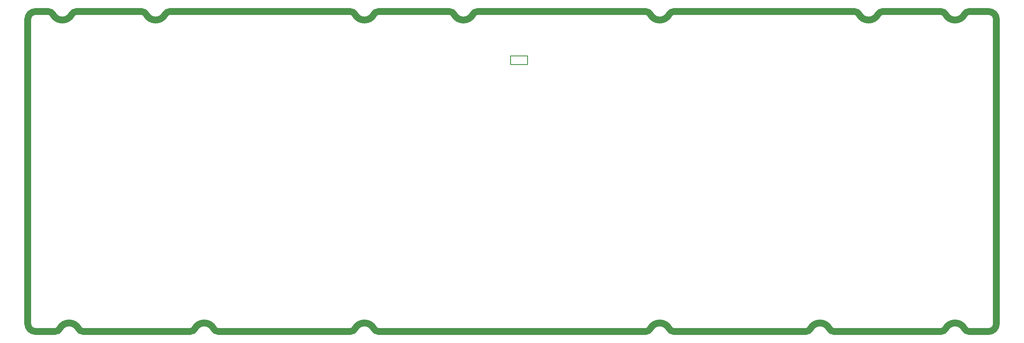
<source format=gbr>
G04 #@! TF.GenerationSoftware,KiCad,Pcbnew,(5.1.10)-1*
G04 #@! TF.CreationDate,2021-10-10T16:54:22+07:00*
G04 #@! TF.ProjectId,averange65,61766572-616e-4676-9536-352e6b696361,rev?*
G04 #@! TF.SameCoordinates,Original*
G04 #@! TF.FileFunction,Legend,Top*
G04 #@! TF.FilePolarity,Positive*
%FSLAX46Y46*%
G04 Gerber Fmt 4.6, Leading zero omitted, Abs format (unit mm)*
G04 Created by KiCad (PCBNEW (5.1.10)-1) date 2021-10-10 16:54:22*
%MOMM*%
%LPD*%
G01*
G04 APERTURE LIST*
%ADD10C,2.000000*%
%ADD11C,0.250000*%
G04 APERTURE END LIST*
D10*
X124304601Y-38942500D02*
G75*
G02*
X125635679Y-39748951I1044J-1500000D01*
G01*
X131221822Y-39748952D02*
G75*
G02*
X132551856Y-38942500I1330034J-693548D01*
G01*
X277039856Y-133142500D02*
X282816250Y-133142500D01*
X8392645Y-133142500D02*
X2616250Y-133142500D01*
X95192645Y-133142500D02*
X56351856Y-133142500D01*
X229080645Y-133142500D02*
X190238856Y-133142500D01*
X270123679Y-132336048D02*
G75*
G02*
X268793645Y-133142500I-1330034J693548D01*
G01*
X270123677Y-132336048D02*
G75*
G02*
X275709822Y-132336048I2793073J-1456452D01*
G01*
X277039856Y-133142500D02*
G75*
G02*
X275709822Y-132336048I0J1500000D01*
G01*
X183322679Y-132336048D02*
G75*
G02*
X181992645Y-133142500I-1330034J693548D01*
G01*
X183322677Y-132336048D02*
G75*
G02*
X188908822Y-132336048I2793073J-1456452D01*
G01*
X190238856Y-133142500D02*
G75*
G02*
X188908822Y-132336048I0J1500000D01*
G01*
X103438856Y-133142500D02*
G75*
G02*
X102108822Y-132336048I0J1500000D01*
G01*
X96522677Y-132336048D02*
G75*
G02*
X102108822Y-132336048I2793073J-1456452D01*
G01*
X96522679Y-132336048D02*
G75*
G02*
X95192645Y-133142500I-1330034J693548D01*
G01*
X16638856Y-133142500D02*
G75*
G02*
X15308822Y-132336048I0J1500000D01*
G01*
X9722677Y-132336048D02*
G75*
G02*
X15308822Y-132336048I2793073J-1456452D01*
G01*
X9722679Y-132336048D02*
G75*
G02*
X8392645Y-133142500I-1330034J693548D01*
G01*
X14639356Y-38942500D02*
X33818144Y-38942500D01*
X124305644Y-38942500D02*
X103438932Y-38942500D01*
X181993720Y-38942500D02*
X132551932Y-38942500D01*
X277039532Y-38942500D02*
X282816250Y-38942500D01*
X275709497Y-39748951D02*
G75*
G02*
X270123355Y-39748951I-2793071J1456451D01*
G01*
X268793320Y-38942500D02*
G75*
G02*
X270123355Y-39748951I1J-1500000D01*
G01*
X275709498Y-39748952D02*
G75*
G02*
X277039532Y-38942500I1330034J-693548D01*
G01*
X188909897Y-39748951D02*
G75*
G02*
X183323755Y-39748951I-2793071J1456451D01*
G01*
X181993720Y-38942500D02*
G75*
G02*
X183323755Y-39748951I1J-1500000D01*
G01*
X188909898Y-39748952D02*
G75*
G02*
X190239932Y-38942500I1330034J-693548D01*
G01*
X102108897Y-39748951D02*
G75*
G02*
X96522755Y-39748951I-2793071J1456451D01*
G01*
X95192720Y-38942500D02*
G75*
G02*
X96522755Y-39748951I1J-1500000D01*
G01*
X102108898Y-39748952D02*
G75*
G02*
X103438932Y-38942500I1330034J-693548D01*
G01*
X13309321Y-39748951D02*
G75*
G02*
X7723179Y-39748951I-2793071J1456451D01*
G01*
X6393144Y-38942500D02*
G75*
G02*
X7723179Y-39748951I1J-1500000D01*
G01*
X13309322Y-39748952D02*
G75*
G02*
X14639356Y-38942500I1330034J-693548D01*
G01*
X285066250Y-130892500D02*
G75*
G02*
X282816250Y-133142500I-2250000J0D01*
G01*
X282816250Y-38942500D02*
G75*
G02*
X285066250Y-41192500I0J-2250000D01*
G01*
X250284322Y-39748952D02*
G75*
G02*
X251614356Y-38942500I1330034J-693548D01*
G01*
X230410677Y-132336048D02*
G75*
G02*
X235996822Y-132336048I2793073J-1456452D01*
G01*
X237326856Y-133142500D02*
G75*
G02*
X235996822Y-132336048I0J1500000D01*
G01*
X243368144Y-38942500D02*
G75*
G02*
X244698179Y-39748951I1J-1500000D01*
G01*
X33818144Y-38942500D02*
G75*
G02*
X35148179Y-39748951I1J-1500000D01*
G01*
X181992645Y-133142500D02*
X103438856Y-133142500D01*
X268793645Y-133142500D02*
X237326856Y-133142500D01*
X268793320Y-38942500D02*
X251614356Y-38942500D01*
X366250Y-41192500D02*
G75*
G02*
X2616250Y-38942500I2250000J0D01*
G01*
X243368144Y-38942500D02*
X190239932Y-38942500D01*
X366250Y-130892500D02*
X366250Y-41192500D01*
X40734321Y-39748951D02*
G75*
G02*
X35148179Y-39748951I-2793071J1456451D01*
G01*
X49435677Y-132336048D02*
G75*
G02*
X55021822Y-132336048I2793073J-1456452D01*
G01*
X2616250Y-133142500D02*
G75*
G02*
X366250Y-130892500I0J2250000D01*
G01*
X95192720Y-38942500D02*
X42064356Y-38942500D01*
X48105645Y-133142500D02*
X16638856Y-133142500D01*
X40734322Y-39748952D02*
G75*
G02*
X42064356Y-38942500I1330034J-693548D01*
G01*
X49435679Y-132336048D02*
G75*
G02*
X48105645Y-133142500I-1330034J693548D01*
G01*
X56351856Y-133142500D02*
G75*
G02*
X55021822Y-132336048I0J1500000D01*
G01*
X285066250Y-130892500D02*
X285066250Y-41192500D01*
X250284321Y-39748951D02*
G75*
G02*
X244698179Y-39748951I-2793071J1456451D01*
G01*
X6393144Y-38942500D02*
X2616250Y-38942500D01*
X131221821Y-39748951D02*
G75*
G02*
X125635679Y-39748951I-2793071J1456451D01*
G01*
X230410679Y-132336048D02*
G75*
G02*
X229080645Y-133142500I-1330034J693548D01*
G01*
D11*
X142248250Y-51986500D02*
X147248250Y-51986500D01*
X147248250Y-51986500D02*
X147248250Y-54486500D01*
X147248250Y-54486500D02*
X142248250Y-54486500D01*
X142248250Y-54486500D02*
X142248250Y-51986500D01*
M02*

</source>
